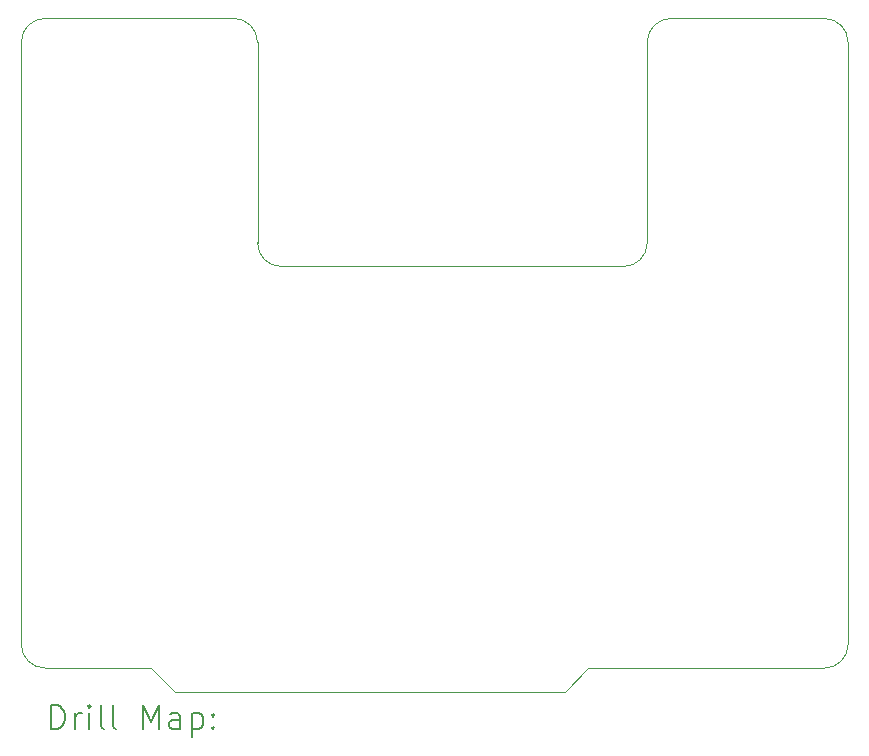
<source format=gbr>
%TF.GenerationSoftware,KiCad,Pcbnew,(6.0.11)*%
%TF.CreationDate,2024-08-05T16:37:02+07:00*%
%TF.ProjectId,Stepper_Motor_Expansion_Brd_revA,53746570-7065-4725-9f4d-6f746f725f45,rev?*%
%TF.SameCoordinates,PX5f5e100PY5f5e100*%
%TF.FileFunction,Drillmap*%
%TF.FilePolarity,Positive*%
%FSLAX45Y45*%
G04 Gerber Fmt 4.5, Leading zero omitted, Abs format (unit mm)*
G04 Created by KiCad (PCBNEW (6.0.11)) date 2024-08-05 16:37:02*
%MOMM*%
%LPD*%
G01*
G04 APERTURE LIST*
%ADD10C,0.100000*%
%ADD11C,0.200000*%
G04 APERTURE END LIST*
D10*
X2000000Y3800000D02*
G75*
G03*
X2200000Y3600000I200000J0D01*
G01*
X200000Y5700000D02*
X1800000Y5700000D01*
X1100000Y200000D02*
X1300000Y0D01*
X7000000Y5500000D02*
G75*
G03*
X6800000Y5700000I-200000J0D01*
G01*
X200000Y200000D02*
X1100000Y200000D01*
X200000Y5700000D02*
G75*
G03*
X0Y5500000I0J-200000D01*
G01*
X2000000Y5500000D02*
X2000000Y3800000D01*
X5500000Y5700000D02*
G75*
G03*
X5300000Y5500000I0J-200000D01*
G01*
X5300000Y5500000D02*
X5300000Y3800000D01*
X2000000Y5500000D02*
G75*
G03*
X1800000Y5700000I-200000J0D01*
G01*
X4600000Y0D02*
X4800000Y200000D01*
X4800000Y200000D02*
X6800000Y200000D01*
X0Y400000D02*
G75*
G03*
X200000Y200000I200000J0D01*
G01*
X6800000Y5700000D02*
X5500000Y5700000D01*
X7000000Y400000D02*
X7000000Y5500000D01*
X1300000Y0D02*
X4600000Y0D01*
X6800000Y200000D02*
G75*
G03*
X7000000Y400000I0J200000D01*
G01*
X5100000Y3600000D02*
G75*
G03*
X5300000Y3800000I0J200000D01*
G01*
X2200000Y3600000D02*
X5100000Y3600000D01*
X0Y400000D02*
X0Y5500000D01*
D11*
X252619Y-315476D02*
X252619Y-115476D01*
X300238Y-115476D01*
X328810Y-125000D01*
X347857Y-144048D01*
X357381Y-163095D01*
X366905Y-201190D01*
X366905Y-229762D01*
X357381Y-267857D01*
X347857Y-286905D01*
X328810Y-305952D01*
X300238Y-315476D01*
X252619Y-315476D01*
X452619Y-315476D02*
X452619Y-182143D01*
X452619Y-220238D02*
X462143Y-201190D01*
X471667Y-191667D01*
X490714Y-182143D01*
X509762Y-182143D01*
X576429Y-315476D02*
X576429Y-182143D01*
X576429Y-115476D02*
X566905Y-125000D01*
X576429Y-134524D01*
X585952Y-125000D01*
X576429Y-115476D01*
X576429Y-134524D01*
X700238Y-315476D02*
X681190Y-305952D01*
X671667Y-286905D01*
X671667Y-115476D01*
X805000Y-315476D02*
X785952Y-305952D01*
X776428Y-286905D01*
X776428Y-115476D01*
X1033571Y-315476D02*
X1033571Y-115476D01*
X1100238Y-258333D01*
X1166905Y-115476D01*
X1166905Y-315476D01*
X1347857Y-315476D02*
X1347857Y-210714D01*
X1338333Y-191667D01*
X1319286Y-182143D01*
X1281190Y-182143D01*
X1262143Y-191667D01*
X1347857Y-305952D02*
X1328810Y-315476D01*
X1281190Y-315476D01*
X1262143Y-305952D01*
X1252619Y-286905D01*
X1252619Y-267857D01*
X1262143Y-248809D01*
X1281190Y-239286D01*
X1328810Y-239286D01*
X1347857Y-229762D01*
X1443095Y-182143D02*
X1443095Y-382143D01*
X1443095Y-191667D02*
X1462143Y-182143D01*
X1500238Y-182143D01*
X1519286Y-191667D01*
X1528809Y-201190D01*
X1538333Y-220238D01*
X1538333Y-277381D01*
X1528809Y-296429D01*
X1519286Y-305952D01*
X1500238Y-315476D01*
X1462143Y-315476D01*
X1443095Y-305952D01*
X1624048Y-296429D02*
X1633571Y-305952D01*
X1624048Y-315476D01*
X1614524Y-305952D01*
X1624048Y-296429D01*
X1624048Y-315476D01*
X1624048Y-191667D02*
X1633571Y-201190D01*
X1624048Y-210714D01*
X1614524Y-201190D01*
X1624048Y-191667D01*
X1624048Y-210714D01*
M02*

</source>
